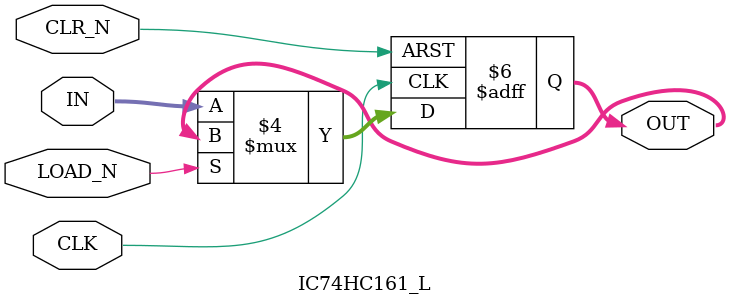
<source format=v>
module IC74HC161_L(
    input CLK,
    input CLR_N,
    input [3:0] IN,
    input LOAD_N,
    output reg [3:0] OUT
);

always @(posedge CLK or negedge CLR_N) begin
    if (~CLR_N)
        OUT <= 4'b0;
    else if (~LOAD_N)
        OUT <= IN;
end

endmodule

</source>
